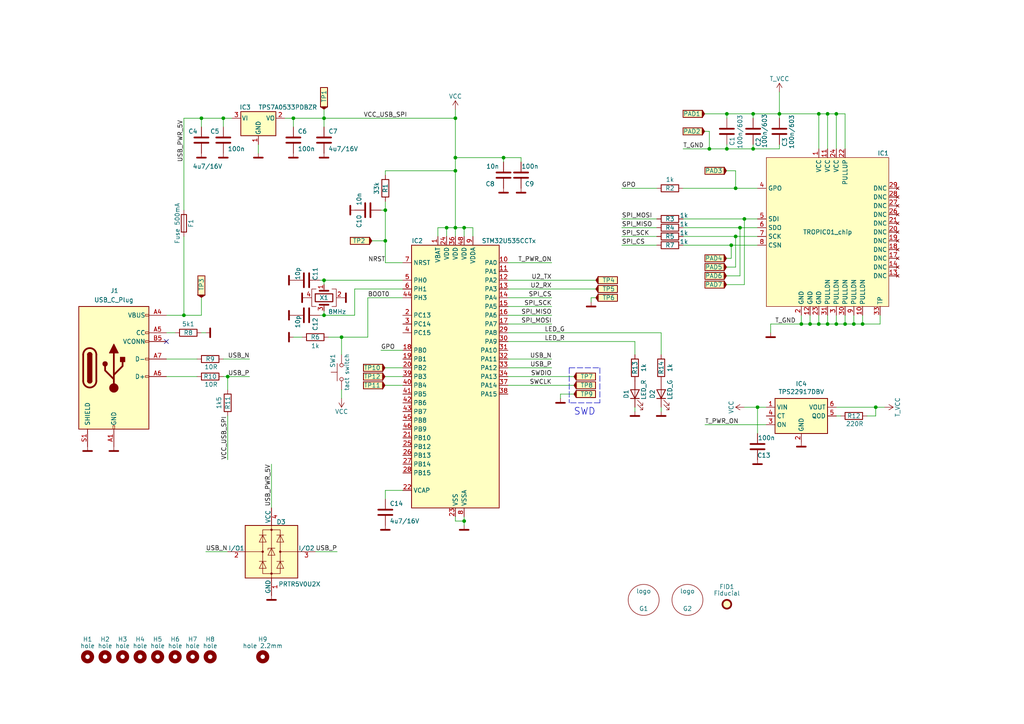
<source format=kicad_sch>
(kicad_sch (version 20250114) (generator "eeschema") (generator_version "9.0")
  (paper "A4")
  (title_block (title "TROPIC01 USB development board") (date "2025-06-30") (rev "TS1303"))
  (lib_symbols
    (symbol "Connector:USB_C_Plug_USB2.0" (pin_names (offset 1.016))
      (property "Reference" "P" (at -10.16 19.05 0))
      (property "Value" "USB_C_Plug_USB2.0" (at 12.7 19.05 0))
      (symbol "USB_C_Plug_USB2.0_1_1"
        (pin passive line (at -7.62 -22.86 90) (length 5.08) (name "SHIELD") (number "S1"))
        (pin passive line (at 0 -22.86 90) (length 5.08) (name "GND") (number "A1"))
        (pin passive line (at 0 -22.86 90) (length 5.08) (hide yes) (name "GND") (number "A12"))
        (pin passive line (at 0 -22.86 90) (length 5.08) (hide yes) (name "GND") (number "B1"))
        (pin passive line (at 0 -22.86 90) (length 5.08) (hide yes) (name "GND") (number "B12"))
        (pin passive line (at 15.24 15.24 180) (length 5.08) (name "VBUS") (number "A4"))
        (pin passive line (at 15.24 15.24 180) (length 5.08) (hide yes) (name "VBUS") (number "A9"))
        (pin passive line (at 15.24 15.24 180) (length 5.08) (hide yes) (name "VBUS") (number "B4"))
        (pin passive line (at 15.24 15.24 180) (length 5.08) (hide yes) (name "VBUS") (number "B9"))
        (pin bidirectional line (at 15.24 10.16 180) (length 5.08) (name "CC") (number "A5"))
        (pin bidirectional line (at 15.24 7.62 180) (length 5.08) (name "VCONN") (number "B5"))
        (pin bidirectional line (at 15.24 2.54 180) (length 5.08) (name "D-") (number "A7"))
        (pin bidirectional line (at 15.24 -2.54 180) (length 5.08) (name "D+") (number "A6"))
      )
    )
    (symbol "Device:C" (pin_numbers (hide yes)) (pin_names (offset 0.254))
      (property "Reference" "C" (at 0.635 2.54 0))
      (property "Value" "C" (at 0.635 -2.54 0))
      (symbol "C_1_1"
        (pin passive line (at 0 3.81 270) (length 2.794) (name "~") (number "1"))
        (pin passive line (at 0 -3.81 90) (length 2.794) (name "~") (number "2"))
      )
    )
    (symbol "Device:Crystal_GND24" (pin_names (offset 1.016) (hide yes))
      (property "Reference" "Y" (at 3.175 5.08 0))
      (property "Value" "Crystal_GND24" (at 3.175 3.175 0))
      (symbol "Crystal_GND24_1_1"
        (pin passive line (at -3.81 0 0) (length 1.27) (name "1") (number "1"))
        (pin passive line (at 0 5.08 270) (length 1.27) (name "2") (number "2"))
        (pin passive line (at 0 -5.08 90) (length 1.27) (name "4") (number "4"))
        (pin passive line (at 3.81 0 180) (length 1.27) (name "3") (number "3"))
      )
    )
    (symbol "Device:Fuse" (pin_numbers (hide yes)) (pin_names (offset 0))
      (property "Reference" "F" (at 2.032 0 90))
      (property "Value" "Fuse" (at -1.905 0 90))
      (symbol "Fuse_1_1"
        (pin passive line (at 0 3.81 270) (length 1.27) (name "~") (number "1"))
        (pin passive line (at 0 -3.81 90) (length 1.27) (name "~") (number "2"))
      )
    )
    (symbol "Device:LED" (pin_numbers (hide yes)) (pin_names (offset 1.016) (hide yes))
      (property "Reference" "D" (at 0 2.54 0))
      (property "Value" "LED" (at 0 -2.54 0))
      (symbol "LED_1_1"
        (pin passive line (at -3.81 0 0) (length 2.54) (name "K") (number "1"))
        (pin passive line (at 3.81 0 180) (length 2.54) (name "A") (number "2"))
      )
    )
    (symbol "Device:R" (pin_numbers (hide yes)) (pin_names (offset 0))
      (property "Reference" "R" (at 2.032 0 90))
      (property "Value" "R" (at 0 0 90))
      (symbol "R_1_1"
        (pin passive line (at 0 3.81 270) (length 1.27) (name "~") (number "1"))
        (pin passive line (at 0 -3.81 90) (length 1.27) (name "~") (number "2"))
      )
    )
    (symbol "MCU_ST_STM32U5:STM32U535CCTx"
      (property "Reference" "U" (at -12.7 39.37 0))
      (property "Value" "STM32U535CCTx" (at 7.62 39.37 0))
      (symbol "STM32U535CCTx_1_1"
        (pin input line (at -15.24 33.02 0) (length 2.54) (name "NRST") (number "7"))
        (pin bidirectional line (at -15.24 27.94 0) (length 2.54) (name "PH0") (number "5"))
        (pin bidirectional line (at -15.24 25.4 0) (length 2.54) (name "PH1") (number "6"))
        (pin bidirectional line (at -15.24 22.86 0) (length 2.54) (name "PH3") (number "44"))
        (pin bidirectional line (at -15.24 17.78 0) (length 2.54) (name "PC13") (number "2"))
        (pin bidirectional line (at -15.24 15.24 0) (length 2.54) (name "PC14") (number "3"))
        (pin bidirectional line (at -15.24 12.7 0) (length 2.54) (name "PC15") (number "4"))
        (pin bidirectional line (at -15.24 7.62 0) (length 2.54) (name "PB0") (number "18"))
        (pin bidirectional line (at -15.24 5.08 0) (length 2.54) (name "PB1") (number "19"))
        (pin bidirectional line (at -15.24 2.54 0) (length 2.54) (name "PB2") (number "20"))
        (pin bidirectional line (at -15.24 0 0) (length 2.54) (name "PB3") (number "39"))
        (pin bidirectional line (at -15.24 -2.54 0) (length 2.54) (name "PB4") (number "40"))
        (pin bidirectional line (at -15.24 -5.08 0) (length 2.54) (name "PB5") (number "41"))
        (pin bidirectional line (at -15.24 -7.62 0) (length 2.54) (name "PB6") (number "42"))
        (pin bidirectional line (at -15.24 -10.16 0) (length 2.54) (name "PB7") (number "43"))
        (pin bidirectional line (at -15.24 -12.7 0) (length 2.54) (name "PB8") (number "45"))
        (pin bidirectional line (at -15.24 -15.24 0) (length 2.54) (name "PB9") (number "46"))
        (pin bidirectional line (at -15.24 -17.78 0) (length 2.54) (name "PB10") (number "21"))
        (pin bidirectional line (at -15.24 -20.32 0) (length 2.54) (name "PB12") (number "25"))
        (pin bidirectional line (at -15.24 -22.86 0) (length 2.54) (name "PB13") (number "26"))
        (pin bidirectional line (at -15.24 -25.4 0) (length 2.54) (name "PB14") (number "27"))
        (pin bidirectional line (at -15.24 -27.94 0) (length 2.54) (name "PB15") (number "28"))
        (pin power_out line (at -15.24 -33.02 0) (length 2.54) (name "VCAP") (number "22"))
        (pin power_in line (at -5.08 40.64 270) (length 2.54) (name "VBAT") (number "1"))
        (pin power_in line (at -2.54 40.64 270) (length 2.54) (name "VDD") (number "24"))
        (pin power_in line (at 0 40.64 270) (length 2.54) (name "VDD") (number "36"))
        (pin power_in line (at 0 -40.64 90) (length 2.54) (name "VSS") (number "23"))
        (pin passive line (at 0 -40.64 90) (length 2.54) (hide yes) (name "VSS") (number "35"))
        (pin passive line (at 0 -40.64 90) (length 2.54) (hide yes) (name "VSS") (number "47"))
        (pin power_in line (at 2.54 40.64 270) (length 2.54) (name "VDD") (number "48"))
        (pin power_in line (at 2.54 -40.64 90) (length 2.54) (name "VSSA") (number "8"))
        (pin power_in line (at 5.08 40.64 270) (length 2.54) (name "VDDA") (number "9"))
        (pin bidirectional line (at 15.24 33.02 180) (length 2.54) (name "PA0") (number "10"))
        (pin bidirectional line (at 15.24 30.48 180) (length 2.54) (name "PA1") (number "11"))
        (pin bidirectional line (at 15.24 27.94 180) (length 2.54) (name "PA2") (number "12"))
        (pin bidirectional line (at 15.24 25.4 180) (length 2.54) (name "PA3") (number "13"))
        (pin bidirectional line (at 15.24 22.86 180) (length 2.54) (name "PA4") (number "14"))
        (pin bidirectional line (at 15.24 20.32 180) (length 2.54) (name "PA5") (number "15"))
        (pin bidirectional line (at 15.24 17.78 180) (length 2.54) (name "PA6") (number "16"))
        (pin bidirectional line (at 15.24 15.24 180) (length 2.54) (name "PA7") (number "17"))
        (pin bidirectional line (at 15.24 12.7 180) (length 2.54) (name "PA8") (number "29"))
        (pin bidirectional line (at 15.24 10.16 180) (length 2.54) (name "PA9") (number "30"))
        (pin bidirectional line (at 15.24 7.62 180) (length 2.54) (name "PA10") (number "31"))
        (pin bidirectional line (at 15.24 5.08 180) (length 2.54) (name "PA11") (number "32"))
        (pin bidirectional line (at 15.24 2.54 180) (length 2.54) (name "PA12") (number "33"))
        (pin bidirectional line (at 15.24 0 180) (length 2.54) (name "PA13") (number "34"))
        (pin bidirectional line (at 15.24 -2.54 180) (length 2.54) (name "PA14") (number "37"))
        (pin bidirectional line (at 15.24 -5.08 180) (length 2.54) (name "PA15") (number "38"))
      )
    )
    (symbol "Mechanical:Fiducial" (exclude_from_sim yes) (in_bom no)
      (property "Reference" "FID" (at 0 5.08 0))
      (property "Value" "Fiducial" (at 0 3.175 0))
    )
    (symbol "Mechanical:MountingHole" (pin_names (offset 1.016)) (exclude_from_sim yes) (in_bom no)
      (property "Reference" "H" (at 0 5.08 0))
      (property "Value" "MountingHole" (at 0 3.175 0))
    )
    (symbol "Power_Management:TPS22917DBV"
      (property "Reference" "U" (at -6.35 6.35 0))
      (property "Value" "TPS22917DBV" (at 2.54 6.35 0))
      (symbol "TPS22917DBV_1_1"
        (pin power_in line (at -10.16 2.54 0) (length 2.54) (name "VIN") (number "1"))
        (pin output line (at -10.16 0 0) (length 2.54) (name "CT") (number "4"))
        (pin input line (at -10.16 -2.54 0) (length 2.54) (name "ON") (number "3"))
        (pin power_in line (at 0 -7.62 90) (length 2.54) (name "GND") (number "2"))
        (pin power_out line (at 10.16 2.54 180) (length 2.54) (name "VOUT") (number "6"))
        (pin open_collector line (at 10.16 0 180) (length 2.54) (name "QOD") (number "5"))
      )
    )
    (symbol "Power_Protection:PRTR5V0U2X" (pin_names (offset 0))
      (property "Reference" "D" (at 2.794 8.636 0))
      (property "Value" "PRTR5V0U2X" (at 8.128 -9.398 0))
      (symbol "PRTR5V0U2X_1_1"
        (pin passive line (at -12.7 0 0) (length 5.08) (name "I/O1") (number "2"))
        (pin passive line (at 0 12.7 270) (length 5.08) (name "VCC") (number "4"))
        (pin passive line (at 0 -12.7 90) (length 5.08) (name "GND") (number "1"))
        (pin passive line (at 12.7 0 180) (length 5.08) (name "I/O2") (number "3"))
      )
    )
    (symbol "Regulator_Linear:TLV1117-33" (pin_names (offset 0.254))
      (property "Reference" "U" (at -3.81 3.175 0))
      (property "Value" "TLV1117-33" (at 0 3.175 0))
      (symbol "TLV1117-33_1_1"
        (pin power_in line (at -7.62 0 0) (length 2.54) (name "VI") (number "3"))
        (pin power_in line (at 0 -7.62 90) (length 2.54) (name "GND") (number "1"))
        (pin power_out line (at 7.62 0 180) (length 2.54) (name "VO") (number "2"))
      )
    )
    (symbol "Switch:SW_Push" (pin_numbers (hide yes)) (pin_names (offset 1.016) (hide yes))
      (property "Reference" "SW" (at 1.27 2.54 0))
      (property "Value" "SW_Push" (at 0 -1.524 0))
      (symbol "SW_Push_0_1"
        (pin passive line (at -5.08 0 0) (length 2.54) (name "1") (number "1"))
        (pin passive line (at 5.08 0 180) (length 2.54) (name "2") (number "2"))
      )
    )
    (symbol "_common:GND" (power) (pin_names (offset 0)) (in_bom no)
      (symbol "GND_1_1"
        (pin power_in line (at 0 0 270) (length 0) (hide yes) (name "GND") (number "1"))
      )
    )
    (symbol "common:GND" (power) (pin_names (offset 0)) (in_bom no)
      (symbol "GND_1_1"
        (pin power_in line (at 0 0 270) (length 0) (hide yes) (name "GND") (number "1"))
      )
    )
    (symbol "common:TestPoint" (pin_numbers (hide yes)) (pin_names (offset 0.762) (hide yes)) (in_bom no)
      (property "Reference" "TP" (at 0 2.032 90))
      (symbol "TestPoint_1_1"
        (pin passive line (at 0 0 90) (length 0) (name "1") (number "1"))
      )
    )
    (symbol "common:VCC" (power) (pin_names (offset 0))
      (property "Value" "VCC" (at 0 3.81 0))
      (symbol "VCC_1_1"
        (pin power_in line (at 0 0 90) (length 0) (hide yes) (name "VCC") (number "1"))
      )
    )
    (symbol "tropic:logo" (pin_numbers (hide yes)) (pin_names (offset 0) (hide yes)) (in_bom no)
      (property "Reference" "G" (at 0 -2.54 0))
      (property "Value" "logo" (at 0 2.54 0))
    )
    (symbol "tropicsquare:TROPIC01_chip_pub"
      (property "Reference" "IC" (at -17.78 23.495 0))
      (property "Value" "TROPIC01_chip" (at 0 0 0))
      (symbol "TROPIC01_chip_pub_1_1"
        (pin output line (at -20.32 12.7 0) (length 2.54) (name "GPO") (number "4"))
        (pin input line (at -20.32 3.81 0) (length 2.54) (name "SDI") (number "5"))
        (pin output line (at -20.32 1.27 0) (length 2.54) (name "SDO") (number "6"))
        (pin input line (at -20.32 -1.27 0) (length 2.54) (name "SCK") (number "7"))
        (pin input line (at -20.32 -3.81 0) (length 2.54) (name "CSN") (number "8"))
        (pin power_in line (at -7.62 -24.13 90) (length 2.54) (name "GND") (number "2"))
        (pin power_in line (at -5.08 -24.13 90) (length 2.54) (name "GND") (number "12"))
        (pin power_in line (at -2.54 24.13 270) (length 2.54) (name "VCC") (number "1"))
        (pin power_in line (at -2.54 -24.13 90) (length 2.54) (name "GND") (number "23"))
        (pin power_in line (at 0 24.13 270) (length 2.54) (name "VCC") (number "11"))
        (pin input line (at 0 -24.13 90) (length 2.54) (name "PULLDN") (number "31"))
        (pin power_in line (at 2.54 24.13 270) (length 2.54) (name "VCC") (number "24"))
        (pin input line (at 2.54 -24.13 90) (length 2.54) (name "PULLDN") (number "3"))
        (pin input line (at 5.08 24.13 270) (length 2.54) (name "PULLUP") (number "22"))
        (pin input line (at 5.08 -24.13 90) (length 2.54) (name "PULLDN") (number "30"))
        (pin input line (at 7.62 -24.13 90) (length 2.54) (name "PULLDN") (number "9"))
        (pin input line (at 10.16 -24.13 90) (length 2.54) (name "PULLDN") (number "10"))
        (pin passive line (at 15.24 -24.13 90) (length 2.54) (name "TP") (number "33"))
        (pin no_connect line (at 20.32 12.7 180) (length 2.54) (name "DNC") (number "29"))
        (pin no_connect line (at 20.32 10.16 180) (length 2.54) (name "DNC") (number "28"))
        (pin no_connect line (at 20.32 7.62 180) (length 2.54) (name "DNC") (number "27"))
        (pin no_connect line (at 20.32 5.08 180) (length 2.54) (name "DNC") (number "26"))
        (pin no_connect line (at 20.32 2.54 180) (length 2.54) (name "DNC") (number "21"))
        (pin no_connect line (at 20.32 0 180) (length 2.54) (name "DNC") (number "20"))
        (pin no_connect line (at 20.32 -2.54 180) (length 2.54) (name "DNC") (number "19"))
        (pin no_connect line (at 20.32 -5.08 180) (length 2.54) (name "DNC") (number "18"))
        (pin no_connect line (at 20.32 -7.62 180) (length 2.54) (name "DNC") (number "17"))
        (pin no_connect line (at 20.32 -10.16 180) (length 2.54) (name "DNC") (number "14"))
        (pin no_connect line (at 20.32 -12.7 180) (length 2.54) (name "DNC") (number "13"))
      )
    )
  )
  (text "SWD" (at 166.37 120.65 0) (effects (font (size 2 2)) (justify left bottom)))
  (junction (at 213.36 54.61))
  (junction (at 66.04 109.22))
  (junction (at 132.08 45.72))
  (junction (at 237.49 93.98))
  (junction (at 240.03 93.98))
  (junction (at 146.05 45.72))
  (junction (at 53.34 91.44))
  (junction (at 212.09 71.12))
  (junction (at 132.08 34.29))
  (junction (at 240.03 33.02))
  (junction (at 218.44 33.02))
  (junction (at 129.54 66.04))
  (junction (at 237.49 33.02))
  (junction (at 215.9 63.5))
  (junction (at 247.65 93.98))
  (junction (at 232.41 93.98))
  (junction (at 58.42 34.29))
  (junction (at 214.63 66.04))
  (junction (at 205.74 43.18))
  (junction (at 134.62 66.04))
  (junction (at 111.76 60.96))
  (junction (at 93.98 81.28))
  (junction (at 234.95 93.98))
  (junction (at 226.06 33.02))
  (junction (at 134.62 151.13))
  (junction (at 242.57 33.02))
  (junction (at 219.71 118.11))
  (junction (at 210.82 33.02))
  (junction (at 93.98 91.44))
  (junction (at 85.09 34.29))
  (junction (at 111.76 69.85))
  (junction (at 254 118.11))
  (junction (at 210.82 43.18))
  (junction (at 132.08 49.53))
  (junction (at 218.44 43.18))
  (junction (at 213.36 68.58))
  (junction (at 99.06 97.79))
  (junction (at 245.11 93.98))
  (junction (at 132.08 66.04))
  (junction (at 250.19 93.98))
  (junction (at 242.57 93.98))
  (junction (at 93.98 34.29))
  (junction (at 64.77 34.29))
  (no_connect (at 48.26 99.06))
  (wire (pts (xy 218.44 33.02) (xy 218.44 34.29)))
  (wire (pts (xy 146.05 45.72) (xy 151.13 45.72)))
  (wire (pts (xy 151.13 45.72) (xy 151.13 46.99)))
  (wire (pts (xy 215.9 118.11) (xy 219.71 118.11)))
  (wire (pts (xy 58.42 91.44) (xy 53.34 91.44)))
  (wire (pts (xy 242.57 33.02) (xy 242.57 43.18)))
  (wire (pts (xy 212.09 71.12) (xy 219.71 71.12)))
  (wire (pts (xy 147.32 88.9) (xy 160.02 88.9)))
  (wire (pts (xy 204.47 33.02) (xy 210.82 33.02)))
  (wire (pts (xy 247.65 91.44) (xy 247.65 93.98)))
  (wire (pts (xy 134.62 151.13) (xy 134.62 149.86)))
  (wire (pts (xy 48.26 104.14) (xy 57.15 104.14)))
  (wire (pts (xy 110.49 60.96) (xy 111.76 60.96)))
  (wire (pts (xy 166.37 114.3) (xy 162.56 114.3)))
  (wire (pts (xy 93.98 34.29) (xy 93.98 36.83)))
  (wire (pts (xy 219.71 118.11) (xy 219.71 125.73)))
  (wire (pts (xy 147.32 86.36) (xy 160.02 86.36)))
  (wire (pts (xy 147.32 109.22) (xy 166.37 109.22)))
  (wire (pts (xy 198.12 63.5) (xy 215.9 63.5)))
  (wire (pts (xy 111.76 109.22) (xy 116.84 109.22)))
  (wire (pts (xy 205.74 43.18) (xy 210.82 43.18)))
  (wire (pts (xy 214.63 80.01) (xy 214.63 66.04)))
  (wire (pts (xy 111.76 111.76) (xy 116.84 111.76)))
  (wire (pts (xy 147.32 106.68) (xy 160.02 106.68)))
  (wire (pts (xy 210.82 43.18) (xy 218.44 43.18)))
  (wire (pts (xy 250.19 91.44) (xy 250.19 93.98)))
  (polyline (pts (xy 165.1 106.68) (xy 165.1 116.84)) (stroke (width 0) (type dash)))
  (wire (pts (xy 137.16 68.58) (xy 137.16 66.04)))
  (wire (pts (xy 58.42 96.52) (xy 59.69 96.52)))
  (wire (pts (xy 147.32 83.82) (xy 172.72 83.82)))
  (wire (pts (xy 180.34 68.58) (xy 190.5 68.58)))
  (wire (pts (xy 240.03 91.44) (xy 240.03 93.98)))
  (wire (pts (xy 92.71 91.44) (xy 93.98 91.44)))
  (wire (pts (xy 147.32 99.06) (xy 184.15 99.06)))
  (wire (pts (xy 210.82 82.55) (xy 215.9 82.55)))
  (wire (pts (xy 146.05 45.72) (xy 146.05 46.99)))
  (wire (pts (xy 237.49 33.02) (xy 240.03 33.02)))
  (wire (pts (xy 127 66.04) (xy 127 68.58)))
  (wire (pts (xy 64.77 104.14) (xy 72.39 104.14)))
  (wire (pts (xy 92.71 81.28) (xy 93.98 81.28)))
  (wire (pts (xy 132.08 151.13) (xy 134.62 151.13)))
  (wire (pts (xy 219.71 118.11) (xy 222.25 118.11)))
  (wire (pts (xy 210.82 49.53) (xy 213.36 49.53)))
  (wire (pts (xy 137.16 66.04) (xy 134.62 66.04)))
  (wire (pts (xy 184.15 118.11) (xy 184.15 119.38)))
  (wire (pts (xy 242.57 93.98) (xy 240.03 93.98)))
  (wire (pts (xy 250.19 93.98) (xy 255.27 93.98)))
  (wire (pts (xy 132.08 49.53) (xy 132.08 45.72)))
  (wire (pts (xy 106.68 86.36) (xy 116.84 86.36)))
  (wire (pts (xy 255.27 93.98) (xy 255.27 91.44)))
  (wire (pts (xy 147.32 96.52) (xy 191.77 96.52)))
  (wire (pts (xy 147.32 76.2) (xy 160.02 76.2)))
  (wire (pts (xy 129.54 66.04) (xy 127 66.04)))
  (wire (pts (xy 147.32 93.98) (xy 160.02 93.98)))
  (wire (pts (xy 242.57 33.02) (xy 245.11 33.02)))
  (wire (pts (xy 64.77 34.29) (xy 67.31 34.29)))
  (wire (pts (xy 58.42 86.36) (xy 58.42 91.44)))
  (wire (pts (xy 147.32 104.14) (xy 160.02 104.14)))
  (wire (pts (xy 99.06 102.87) (xy 99.06 97.79)))
  (wire (pts (xy 111.76 69.85) (xy 111.76 76.2)))
  (wire (pts (xy 212.09 74.93) (xy 212.09 71.12)))
  (wire (pts (xy 205.74 38.1) (xy 205.74 43.18)))
  (wire (pts (xy 129.54 66.04) (xy 129.54 68.58)))
  (wire (pts (xy 107.95 69.85) (xy 111.76 69.85)))
  (wire (pts (xy 247.65 93.98) (xy 245.11 93.98)))
  (wire (pts (xy 213.36 77.47) (xy 213.36 68.58)))
  (wire (pts (xy 147.32 111.76) (xy 166.37 111.76)))
  (wire (pts (xy 240.03 33.02) (xy 242.57 33.02)))
  (wire (pts (xy 180.34 63.5) (xy 190.5 63.5)))
  (wire (pts (xy 213.36 54.61) (xy 219.71 54.61)))
  (wire (pts (xy 215.9 63.5) (xy 219.71 63.5)))
  (wire (pts (xy 99.06 97.79) (xy 106.68 97.79)))
  (wire (pts (xy 59.69 160.02) (xy 66.04 160.02)))
  (wire (pts (xy 232.41 91.44) (xy 232.41 93.98)))
  (wire (pts (xy 111.76 60.96) (xy 111.76 69.85)))
  (wire (pts (xy 245.11 93.98) (xy 242.57 93.98)))
  (wire (pts (xy 223.52 93.98) (xy 232.41 93.98)))
  (wire (pts (xy 213.36 49.53) (xy 213.36 54.61)))
  (wire (pts (xy 53.34 91.44) (xy 48.26 91.44)))
  (wire (pts (xy 53.34 68.58) (xy 53.34 91.44)))
  (wire (pts (xy 91.44 160.02) (xy 97.79 160.02)))
  (wire (pts (xy 171.45 86.36) (xy 171.45 87.63)))
  (wire (pts (xy 204.47 38.1) (xy 205.74 38.1)))
  (wire (pts (xy 240.03 33.02) (xy 240.03 43.18)))
  (wire (pts (xy 210.82 74.93) (xy 212.09 74.93)))
  (wire (pts (xy 213.36 68.58) (xy 219.71 68.58)))
  (wire (pts (xy 198.12 43.18) (xy 205.74 43.18)))
  (wire (pts (xy 191.77 96.52) (xy 191.77 102.87)))
  (wire (pts (xy 134.62 66.04) (xy 132.08 66.04)))
  (wire (pts (xy 204.47 123.19) (xy 222.25 123.19)))
  (wire (pts (xy 210.82 80.01) (xy 214.63 80.01)))
  (wire (pts (xy 234.95 93.98) (xy 232.41 93.98)))
  (wire (pts (xy 74.93 41.91) (xy 74.93 44.45)))
  (wire (pts (xy 66.04 109.22) (xy 66.04 113.03)))
  (wire (pts (xy 85.09 34.29) (xy 85.09 36.83)))
  (polyline (pts (xy 165.1 106.68) (xy 173.99 106.68)) (stroke (width 0) (type dash)))
  (wire (pts (xy 64.77 109.22) (xy 66.04 109.22)))
  (wire (pts (xy 237.49 43.18) (xy 237.49 33.02)))
  (wire (pts (xy 132.08 149.86) (xy 132.08 151.13)))
  (wire (pts (xy 237.49 91.44) (xy 237.49 93.98)))
  (wire (pts (xy 132.08 45.72) (xy 146.05 45.72)))
  (wire (pts (xy 251.46 120.65) (xy 254 120.65)))
  (wire (pts (xy 58.42 34.29) (xy 58.42 36.83)))
  (wire (pts (xy 106.68 97.79) (xy 106.68 86.36)))
  (wire (pts (xy 254 118.11) (xy 256.54 118.11)))
  (wire (pts (xy 93.98 81.28) (xy 116.84 81.28)))
  (wire (pts (xy 66.04 120.65) (xy 66.04 133.35)))
  (wire (pts (xy 64.77 34.29) (xy 64.77 36.83)))
  (wire (pts (xy 82.55 34.29) (xy 85.09 34.29)))
  (wire (pts (xy 245.11 91.44) (xy 245.11 93.98)))
  (wire (pts (xy 240.03 93.98) (xy 237.49 93.98)))
  (wire (pts (xy 111.76 49.53) (xy 132.08 49.53)))
  (wire (pts (xy 226.06 26.67) (xy 226.06 33.02)))
  (wire (pts (xy 198.12 54.61) (xy 213.36 54.61)))
  (wire (pts (xy 254 118.11) (xy 254 120.65)))
  (wire (pts (xy 147.32 91.44) (xy 160.02 91.44)))
  (wire (pts (xy 93.98 34.29) (xy 132.08 34.29)))
  (wire (pts (xy 85.09 97.79) (xy 87.63 97.79)))
  (wire (pts (xy 250.19 93.98) (xy 247.65 93.98)))
  (wire (pts (xy 198.12 66.04) (xy 214.63 66.04)))
  (wire (pts (xy 134.62 151.13) (xy 134.62 152.4)))
  (wire (pts (xy 214.63 66.04) (xy 219.71 66.04)))
  (wire (pts (xy 132.08 49.53) (xy 132.08 66.04)))
  (wire (pts (xy 95.25 97.79) (xy 99.06 97.79)))
  (wire (pts (xy 53.34 34.29) (xy 53.34 60.96)))
  (wire (pts (xy 111.76 50.8) (xy 111.76 49.53)))
  (wire (pts (xy 218.44 33.02) (xy 210.82 33.02)))
  (wire (pts (xy 242.57 91.44) (xy 242.57 93.98)))
  (wire (pts (xy 132.08 66.04) (xy 132.08 68.58)))
  (wire (pts (xy 242.57 118.11) (xy 254 118.11)))
  (wire (pts (xy 93.98 90.17) (xy 93.98 91.44)))
  (wire (pts (xy 162.56 114.3) (xy 162.56 115.57)))
  (wire (pts (xy 210.82 33.02) (xy 210.82 34.29)))
  (wire (pts (xy 132.08 34.29) (xy 132.08 45.72)))
  (wire (pts (xy 111.76 58.42) (xy 111.76 60.96)))
  (wire (pts (xy 210.82 41.91) (xy 210.82 43.18)))
  (wire (pts (xy 191.77 118.11) (xy 191.77 119.38)))
  (wire (pts (xy 198.12 68.58) (xy 213.36 68.58)))
  (wire (pts (xy 48.26 96.52) (xy 50.8 96.52)))
  (wire (pts (xy 237.49 93.98) (xy 234.95 93.98)))
  (wire (pts (xy 58.42 34.29) (xy 64.77 34.29)))
  (wire (pts (xy 78.74 134.62) (xy 78.74 147.32)))
  (wire (pts (xy 132.08 66.04) (xy 129.54 66.04)))
  (wire (pts (xy 134.62 66.04) (xy 134.62 68.58)))
  (wire (pts (xy 93.98 31.75) (xy 93.98 34.29)))
  (polyline (pts (xy 173.99 106.68) (xy 173.99 116.84)) (stroke (width 0) (type dash)))
  (wire (pts (xy 85.09 34.29) (xy 93.98 34.29)))
  (wire (pts (xy 66.04 109.22) (xy 72.39 109.22)))
  (wire (pts (xy 132.08 31.75) (xy 132.08 34.29)))
  (wire (pts (xy 215.9 82.55) (xy 215.9 63.5)))
  (wire (pts (xy 53.34 34.29) (xy 58.42 34.29)))
  (wire (pts (xy 242.57 120.65) (xy 243.84 120.65)))
  (wire (pts (xy 226.06 33.02) (xy 226.06 34.29)))
  (wire (pts (xy 198.12 71.12) (xy 212.09 71.12)))
  (wire (pts (xy 111.76 106.68) (xy 116.84 106.68)))
  (wire (pts (xy 111.76 144.78) (xy 111.76 142.24)))
  (wire (pts (xy 147.32 81.28) (xy 172.72 81.28)))
  (wire (pts (xy 218.44 43.18) (xy 226.06 43.18)))
  (wire (pts (xy 180.34 54.61) (xy 190.5 54.61)))
  (wire (pts (xy 171.45 86.36) (xy 172.72 86.36)))
  (wire (pts (xy 102.87 91.44) (xy 93.98 91.44)))
  (wire (pts (xy 102.87 83.82) (xy 102.87 91.44)))
  (wire (pts (xy 223.52 96.52) (xy 223.52 93.98)))
  (wire (pts (xy 210.82 77.47) (xy 213.36 77.47)))
  (wire (pts (xy 116.84 83.82) (xy 102.87 83.82)))
  (wire (pts (xy 226.06 33.02) (xy 218.44 33.02)))
  (wire (pts (xy 99.06 113.03) (xy 99.06 115.57)))
  (wire (pts (xy 180.34 71.12) (xy 190.5 71.12)))
  (wire (pts (xy 226.06 43.18) (xy 226.06 41.91)))
  (wire (pts (xy 237.49 33.02) (xy 226.06 33.02)))
  (wire (pts (xy 245.11 33.02) (xy 245.11 43.18)))
  (wire (pts (xy 184.15 99.06) (xy 184.15 102.87)))
  (wire (pts (xy 110.49 101.6) (xy 116.84 101.6)))
  (wire (pts (xy 93.98 81.28) (xy 93.98 82.55)))
  (wire (pts (xy 111.76 142.24) (xy 116.84 142.24)))
  (wire (pts (xy 218.44 41.91) (xy 218.44 43.18)))
  (polyline (pts (xy 173.99 116.84) (xy 165.1 116.84)) (stroke (width 0) (type dash)))
  (wire (pts (xy 48.26 109.22) (xy 57.15 109.22)))
  (wire (pts (xy 180.34 66.04) (xy 190.5 66.04)))
  (wire (pts (xy 116.84 76.2) (xy 111.76 76.2)))
  (wire (pts (xy 234.95 91.44) (xy 234.95 93.98)))
  (label "USB_N" (at 59.69 160.02 0))
  (label "T_GND" (at 198.12 43.18 0))
  (label "T_PWR_ON" (at 204.47 123.19 0))
  (label "GPO" (at 180.34 54.61 0))
  (label "USB_P" (at 97.79 160.02 180))
  (label "USB_N" (at 72.39 104.14 180))
  (label "SPI_MISO" (at 160.02 91.44 180))
  (label "SPI_MOSI" (at 160.02 93.98 180))
  (label "SPI_MISO" (at 180.34 66.04 0))
  (label "SPI_CS" (at 180.34 71.12 0))
  (label "BOOT0" (at 106.68 86.36 0))
  (label "U2_RX" (at 160.02 83.82 180))
  (label "LED_R" (at 163.83 99.06 180))
  (label "USB_PWR_5V" (at 53.34 46.99 90))
  (label "T_PWR_ON" (at 160.02 76.2 180))
  (label "T_GND" (at 224.79 93.98 0))
  (label "LED_G" (at 163.83 96.52 180))
  (label "SWDIO" (at 160.02 109.22 180))
  (label "USB_P" (at 160.02 106.68 180))
  (label "USB_PWR_5V" (at 78.74 134.62 270))
  (label "SPI_MOSI" (at 180.34 63.5 0))
  (label "USB_P" (at 72.39 109.22 180))
  (label "SPI_CS" (at 160.02 86.36 180))
  (label "VCC_USB_SPI" (at 118.11 34.29 180))
  (label "SPI_SCK" (at 160.02 88.9 180))
  (label "U2_TX" (at 160.02 81.28 180))
  (label "SPI_SCK" (at 180.34 68.58 0))
  (label "GPO" (at 110.49 101.6 0))
  (label "SWCLK" (at 160.02 111.76 180))
  (label "USB_N" (at 160.02 104.14 180))
  (label "NRST" (at 111.76 76.2 180))
  (label "VCC_USB_SPI" (at 66.04 133.35 90))
  (symbol (lib_id "common:TestPoint") (at 172.72 86.36 270) (unit 1) (in_bom no)
    (property "Reference" "TP6" (at 176.53 86.36 90))
    (property "Value" "TP" (effects (hide yes)))
    (property "Footprint" "_mechanical:TestPoint_1.5mm_noth" (effects (hide yes)))
  )
  (symbol (lib_id "common:TestPoint") (at 172.72 81.28 270) (unit 1) (in_bom no)
    (property "Reference" "TP4" (at 176.53 81.28 90))
    (property "Value" "TP" (effects (hide yes)))
    (property "Footprint" "_mechanical:TestPoint_1.5mm_noth" (effects (hide yes)))
  )
  (symbol (lib_id "common:GND") (at 191.77 119.38 0) (unit 1) (in_bom no)
    (property "Reference" "#PWR031" (effects (hide yes)))
    (property "Value" "GND" (effects (hide yes)))
  )
  (symbol (lib_id "Device:R") (at 194.31 54.61 270) (unit 1)
    (property "Reference" "R2" (at 194.31 54.61 90))
    (property "Value" "1k" (at 194.31 52.07 90))
    (property "Footprint" "Resistor_SMD:R_0402_1005Metric" (effects (hide yes)))
    (property "OC_MOUSER" " 603-RE0402DRE071KL" (effects (hide yes)))
  )
  (symbol (lib_id "Device:C") (at 218.44 38.1 0) (mirror x) (unit 1)
    (property "Reference" "C2" (at 219.964 39.878 90) (effects (justify left)))
    (property "Value" "100n/603" (at 221.742 33.02 90) (effects (justify left)))
    (property "Footprint" "Capacitor_SMD:C_0603_1608Metric" (effects (hide yes)))
    (property "Description" "Unpolarized capacitor X7R" (effects (hide yes)))
    (property "OC_MOUSER" "80-C0603104K3RAC7411 " (effects (hide yes)))
  )
  (symbol (lib_id "common:TestPoint") (at 58.42 86.36 0) (unit 1) (in_bom no)
    (property "Reference" "TP3" (at 58.42 82.55 90))
    (property "Value" "TP" (effects (hide yes)))
    (property "Footprint" "_mechanical:TestPoint_1.5mm_noth" (effects (hide yes)))
  )
  (symbol (lib_id "common:TestPoint") (at 210.82 77.47 90) (mirror x) (unit 1) (in_bom no)
    (property "Reference" "PAD5" (at 207.01 77.47 90))
    (property "Value" "TP" (effects (hide yes)))
    (property "Footprint" "_mechanical:pad_1mm" (effects (hide yes)))
  )
  (symbol (lib_id "Device:C") (at 146.05 50.8 180) (unit 1)
    (property "Reference" "C8" (at 143.51 53.34 0) (effects (justify left)))
    (property "Value" "10n" (at 144.78 48.26 0) (effects (justify left)))
    (property "Footprint" "Capacitor_SMD:C_0402_1005Metric" (effects (hide yes)))
    (property "OC_MOUSER" "80-C0402C103M4R" (effects (hide yes)))
  )
  (symbol (lib_id "Device:C") (at 58.42 40.64 0) (unit 1)
    (property "Reference" "C4" (at 54.61 38.1 0) (effects (justify left)))
    (property "Value" "4u7/16V" (at 55.88 48.26 0) (effects (justify left)))
    (property "Footprint" "Capacitor_SMD:C_0805_2012Metric" (effects (hide yes)))
    (property "OC_MOUSER" "187-CL21A475KAQNNNE" (effects (hide yes)))
  )
  (symbol (lib_id "common:TestPoint") (at 93.98 31.75 0) (unit 1) (in_bom no)
    (property "Reference" "TP1" (at 93.98 27.94 90))
    (property "Value" "TP" (effects (hide yes)))
    (property "Footprint" "_mechanical:TestPoint_1.5mm_noth" (effects (hide yes)))
  )
  (symbol (lib_id "tropicsquare:TROPIC01_chip_pub") (at 240.03 67.31 0) (unit 1)
    (property "Reference" "IC1" (at 254.508 44.45 0) (effects (justify left)))
    (property "Value" "TROPIC01_chip" (at 240.03 67.31 0))
    (property "Footprint" "tropic01_chip:QFN-32-1EP_4x4mm_P0.4mm_EP2.65x2.65mm" (effects (hide yes)))
    (property "Description" "Cryptographic coprocessor and MAC" (effects (hide yes)))
  )
  (symbol (lib_id "Device:C") (at 111.76 148.59 0) (unit 1)
    (property "Reference" "C14" (at 113.03 146.05 0) (effects (justify left)))
    (property "Value" "4u7/16V" (at 113.03 151.13 0) (effects (justify left)))
    (property "Footprint" "Capacitor_SMD:C_0805_2012Metric" (effects (hide yes)))
    (property "OC_MOUSER" "187-CL21A475KAQNNNE" (effects (hide yes)))
  )
  (symbol (lib_id "common:GND") (at 64.77 44.45 0) (unit 1) (in_bom no)
    (property "Reference" "#PWR04" (effects (hide yes)))
    (property "Value" "GND" (effects (hide yes)))
  )
  (symbol (lib_id "Device:R") (at 194.31 68.58 270) (unit 1)
    (property "Reference" "R5" (at 194.31 68.58 90))
    (property "Value" "1k" (at 198.374 67.564 90))
    (property "Footprint" "Resistor_SMD:R_0402_1005Metric" (effects (hide yes)))
    (property "OC_MOUSER" " 603-RE0402DRE071KL" (effects (hide yes)))
  )
  (symbol (lib_id "common:GND") (at 85.09 44.45 0) (unit 1) (in_bom no)
    (property "Reference" "#PWR06" (effects (hide yes)))
    (property "Value" "GND" (effects (hide yes)))
  )
  (symbol (lib_id "Device:R") (at 247.65 120.65 90) (unit 1)
    (property "Reference" "R12" (at 247.65 120.65 90))
    (property "Value" "220R" (at 247.904 122.936 90))
    (property "Footprint" "Resistor_SMD:R_0402_1005Metric" (effects (hide yes)))
    (property "Description" "Resistor" (effects (hide yes)))
    (property "OC_MOUSER" "652-CR0402JW-221GLF" (effects (hide yes)))
  )
  (symbol (lib_id "common:GND") (at 171.45 87.63 0) (unit 1) (in_bom no)
    (property "Reference" "#PWR019" (effects (hide yes)))
    (property "Value" "GND" (effects (hide yes)))
  )
  (symbol (lib_id "Connector:USB_C_Plug_USB2.0") (at 33.02 106.68 0) (unit 1)
    (property "Reference" "J1" (at 32.004 84.328 0) (effects (justify left)))
    (property "Value" "USB_C_Plug" (at 33.02 86.995 0))
    (property "Footprint" "_con_misc:USB_C_plug_UP20CFGFL-P12" (effects (hide yes)))
    (property "Datasheet" "https://www.usb.org/sites/default/files/documents/usb_type-c.zip" (effects (hide yes)))
    (property "Description" "USB 2.0-only Type-C Plug connector" (effects (hide yes)))
    (property "OC_MOUSER" " 179-UP20CFGFLP12TR" (effects (hide yes)))
  )
  (symbol (lib_id "common:VCC") (at 256.54 118.11 270) (unit 1)
    (property "Reference" "#PWR021" (effects (hide yes)))
    (property "Value" "T_VCC" (at 260.35 118.11 0))
  )
  (symbol (lib_id "Device:C") (at 210.82 38.1 0) (mirror x) (unit 1)
    (property "Reference" "C1" (at 212.344 39.624 90) (effects (justify left)))
    (property "Value" "100n/603" (at 214.63 33.274 90) (effects (justify left)))
    (property "Footprint" "Capacitor_SMD:C_0603_1608Metric" (effects (hide yes)))
    (property "Description" "Unpolarized capacitor X7R" (effects (hide yes)))
    (property "OC_MOUSER" "80-C0603104K3RAC7411 " (effects (hide yes)))
  )
  (symbol (lib_id "common:GND") (at 85.09 97.79 270) (mirror x) (unit 1) (in_bom no)
    (property "Reference" "#PWR012" (effects (hide yes)))
    (property "Value" "GND" (effects (hide yes)))
  )
  (symbol (lib_id "Device:C") (at 106.68 60.96 270) (unit 1)
    (property "Reference" "C10" (at 104.14 62.23 0) (effects (justify left)))
    (property "Value" "10n" (at 104.14 55.88 0) (effects (justify left)))
    (property "Footprint" "Capacitor_SMD:C_0402_1005Metric" (effects (hide yes)))
    (property "OC_MOUSER" "80-C0402C103M4R" (effects (hide yes)))
  )
  (symbol (lib_id "Regulator_Linear:TLV1117-33") (at 74.93 34.29 0) (unit 1)
    (property "Reference" "IC3" (at 71.12 31.115 0))
    (property "Value" "TPS7A0533PDBZR" (at 74.93 31.115 0) (effects (justify left)))
    (property "Footprint" "Package_TO_SOT_SMD:SOT-23-3" (effects (hide yes)))
    (property "Datasheet" "https://www.ti.com/lit/ds/symlink/tps7a05.pdf" (effects (hide yes)))
    (property "OC_MOUSER" " 595-TPS7A0533PDBZR" (effects (hide yes)))
  )
  (symbol (lib_id "Device:C") (at 226.06 38.1 0) (mirror x) (unit 1)
    (property "Reference" "C3" (at 227.584 39.878 90) (effects (justify left)))
    (property "Value" "100n/603" (at 229.616 33.274 90) (effects (justify left)))
    (property "Footprint" "Capacitor_SMD:C_0603_1608Metric" (effects (hide yes)))
    (property "Description" "Unpolarized capacitor X7R" (effects (hide yes)))
    (property "OC_MOUSER" "80-C0603104K3RAC7411 " (effects (hide yes)))
  )
  (symbol (lib_id "common:TestPoint") (at 107.95 69.85 90) (unit 1) (in_bom no)
    (property "Reference" "TP2" (at 104.14 69.85 90))
    (property "Value" "TP" (effects (hide yes)))
    (property "Footprint" "_mechanical:TestPoint_1.5mm_noth" (effects (hide yes)))
  )
  (symbol (lib_id "Device:C") (at 64.77 40.64 0) (unit 1)
    (property "Reference" "C5" (at 60.96 38.1 0) (effects (justify left)))
    (property "Value" "100n" (at 66.04 43.18 0) (effects (justify left)))
    (property "Footprint" "Capacitor_SMD:C_0402_1005Metric" (effects (hide yes)))
    (property "OC_MOUSER" "80-C0402C104M4RECTU" (effects (hide yes)))
  )
  (symbol (lib_id "Device:R") (at 60.96 109.22 90) (unit 1)
    (property "Reference" "R10" (at 60.96 109.22 90))
    (property "Value" "10R" (at 61.214 111.506 90))
    (property "Footprint" "Resistor_SMD:R_0402_1005Metric" (effects (hide yes)))
    (property "OC_MOUSER" "603-RC0402DR-0710RL" (effects (hide yes)))
  )
  (symbol (lib_id "common:GND") (at 151.13 54.61 0) (unit 1) (in_bom no)
    (property "Reference" "#PWR010" (effects (hide yes)))
    (property "Value" "GND" (effects (hide yes)))
  )
  (symbol (lib_id "common:TestPoint") (at 210.82 49.53 90) (unit 1) (in_bom no)
    (property "Reference" "PAD3" (at 207.01 49.53 90))
    (property "Value" "TP" (effects (hide yes)))
    (property "Footprint" "_mechanical:pad_1mm" (effects (hide yes)))
  )
  (symbol (lib_id "Device:C") (at 93.98 40.64 0) (unit 1)
    (property "Reference" "C7" (at 95.25 38.1 0) (effects (justify left)))
    (property "Value" "4u7/16V" (at 95.25 43.18 0) (effects (justify left)))
    (property "Footprint" "Capacitor_SMD:C_0805_2012Metric" (effects (hide yes)))
    (property "OC_MOUSER" "187-CL21A475KAQNNNE" (effects (hide yes)))
  )
  (symbol (lib_id "Device:R") (at 111.76 54.61 0) (unit 1)
    (property "Reference" "R1" (at 111.76 54.61 90))
    (property "Value" "33k" (at 109.22 54.61 90))
    (property "Footprint" "Resistor_SMD:R_0402_1005Metric" (effects (hide yes)))
    (property "OC_MOUSER" "603-RC0402DR-0733KL" (effects (hide yes)))
  )
  (symbol (lib_id "common:TestPoint") (at 210.82 74.93 90) (mirror x) (unit 1) (in_bom no)
    (property "Reference" "PAD4" (at 207.01 74.93 90))
    (property "Value" "TP" (effects (hide yes)))
    (property "Footprint" "_mechanical:pad_1mm" (effects (hide yes)))
  )
  (symbol (lib_id "common:VCC") (at 132.08 31.75 0) (unit 1)
    (property "Reference" "#PWR02" (effects (hide yes)))
    (property "Value" "VCC" (at 132.08 27.94 0))
  )
  (symbol (lib_id "common:VCC") (at 99.06 115.57 0) (mirror x) (unit 1)
    (property "Reference" "#PWR08" (effects (hide yes)))
    (property "Value" "VCC" (at 99.06 119.38 0))
  )
  (symbol (lib_id "common:TestPoint") (at 166.37 109.22 270) (unit 1) (in_bom no)
    (property "Reference" "TP7" (at 170.18 109.22 90))
    (property "Value" "TP" (effects (hide yes)))
    (property "Footprint" "_mechanical:TestPoint_1.5mm_noth" (effects (hide yes)))
  )
  (symbol (lib_id "common:GND") (at 85.09 91.44 270) (unit 1) (in_bom no)
    (property "Reference" "#PWR016" (effects (hide yes)))
    (property "Value" "GND" (effects (hide yes)))
  )
  (symbol (lib_id "Device:R") (at 60.96 104.14 90) (unit 1)
    (property "Reference" "R9" (at 60.96 104.14 90))
    (property "Value" "10R" (at 61.214 106.426 90))
    (property "Footprint" "Resistor_SMD:R_0402_1005Metric" (effects (hide yes)))
    (property "OC_MOUSER" "603-RC0402DR-0710RL" (effects (hide yes)))
  )
  (symbol (lib_id "common:GND") (at 58.42 44.45 0) (unit 1) (in_bom no)
    (property "Reference" "#PWR03" (effects (hide yes)))
    (property "Value" "GND" (effects (hide yes)))
  )
  (symbol (lib_id "Device:R") (at 194.31 63.5 270) (unit 1)
    (property "Reference" "R3" (at 194.31 63.5 90))
    (property "Value" "1k" (at 198.374 62.484 90))
    (property "Footprint" "Resistor_SMD:R_0402_1005Metric" (effects (hide yes)))
    (property "OC_MOUSER" " 603-RE0402DRE071KL" (effects (hide yes)))
  )
  (symbol (lib_id "Mechanical:Fiducial") (at 210.82 175.26 0) (unit 1) (in_bom no)
    (property "Reference" "FID1" (at 210.82 170.18 0))
    (property "Value" "Fiducial" (at 210.82 172.085 0))
    (property "Footprint" "Fiducial:Fiducial_0.5mm_Mask1mm" (effects (hide yes)))
    (property "Description" "Fiducial Marker" (effects (hide yes)))
  )
  (symbol (lib_id "_common:GND") (at 223.52 96.52 0) (unit 1) (in_bom no)
    (property "Reference" "#PWR018" (effects (hide yes)))
    (property "Value" "GND" (effects (hide yes)))
    (property "Description" "Power symbol creates a global label with name \"GND\" , ground" (effects (hide yes)))
  )
  (symbol (lib_id "common:TestPoint") (at 210.82 82.55 90) (mirror x) (unit 1) (in_bom no)
    (property "Reference" "PAD7" (at 207.01 82.55 90))
    (property "Value" "TP" (effects (hide yes)))
    (property "Footprint" "_mechanical:pad_1mm" (effects (hide yes)))
  )
  (symbol (lib_id "Device:LED") (at 184.15 114.3 90) (unit 1)
    (property "Reference" "D1" (at 181.61 114.3 0))
    (property "Value" "LED_R" (at 186.69 113.03 0))
    (property "Footprint" "LED_SMD:LED_0805_2012Metric" (effects (hide yes)))
    (property "OC_MOUSER" "710-150080RS75000" (effects (hide yes)))
  )
  (symbol (lib_id "Device:R") (at 191.77 106.68 180) (unit 1)
    (property "Reference" "R14" (at 191.77 106.68 90))
    (property "Value" "1k" (at 194.31 106.68 90))
    (property "Footprint" "Resistor_SMD:R_0402_1005Metric" (effects (hide yes)))
    (property "OC_MOUSER" " 603-RE0402DRE071KL" (effects (hide yes)))
  )
  (symbol (lib_id "Device:C") (at 219.71 129.54 180) (unit 1)
    (property "Reference" "C13" (at 223.52 132.08 0) (effects (justify left)))
    (property "Value" "100n" (at 224.79 127 0) (effects (justify left)))
    (property "Footprint" "Capacitor_SMD:C_0402_1005Metric" (effects (hide yes)))
    (property "OC_MOUSER" "80-C0402C104M4RECTU" (effects (hide yes)))
  )
  (symbol (lib_id "common:TestPoint") (at 166.37 111.76 270) (unit 1) (in_bom no)
    (property "Reference" "TP8" (at 170.18 111.76 90))
    (property "Value" "TP" (effects (hide yes)))
    (property "Footprint" "_mechanical:TestPoint_1.5mm_noth" (effects (hide yes)))
  )
  (symbol (lib_id "common:GND") (at 111.76 152.4 0) (unit 1) (in_bom no)
    (property "Reference" "#PWR030" (effects (hide yes)))
    (property "Value" "GND" (effects (hide yes)))
  )
  (symbol (lib_id "Device:R") (at 91.44 97.79 270) (mirror x) (unit 1)
    (property "Reference" "R6" (at 91.44 97.79 90))
    (property "Value" "1k" (at 91.44 100.33 90))
    (property "Footprint" "Resistor_SMD:R_0402_1005Metric" (effects (hide yes)))
    (property "OC_MOUSER" " 603-RE0402DRE071KL" (effects (hide yes)))
  )
  (symbol (lib_id "common:VCC") (at 215.9 118.11 90) (unit 1)
    (property "Reference" "#PWR020" (effects (hide yes)))
    (property "Value" "VCC" (at 212.09 118.11 0))
  )
  (symbol (lib_id "Device:Fuse") (at 53.34 64.77 0) (unit 1)
    (property "Reference" "F1" (at 55.372 64.77 90))
    (property "Value" "Fuse 500mA" (at 51.435 64.77 90))
    (property "Footprint" "Resistor_SMD:R_0805_2012Metric_Pad1.20x1.40mm_HandSolder" (effects (hide yes)))
    (property "OC_MOUSER" "594-MFU0805FF00500P1" (effects (hide yes)))
  )
  (symbol (lib_id "common:GND") (at 25.4 129.54 0) (unit 1) (in_bom no)
    (property "Reference" "#PWR023" (effects (hide yes)))
    (property "Value" "GND" (effects (hide yes)))
  )
  (symbol (lib_id "Device:C") (at 88.9 81.28 270) (unit 1)
    (property "Reference" "C11" (at 91.44 77.47 0) (effects (justify left)))
    (property "Value" "10p" (at 86.36 77.47 0) (effects (justify left)))
    (property "Footprint" "Capacitor_SMD:C_0402_1005Metric" (effects (hide yes)))
    (property "OC_MOUSER" "80-C0402C100J5G" (effects (hide yes)))
  )
  (symbol (lib_id "Device:R") (at 194.31 66.04 270) (unit 1)
    (property "Reference" "R4" (at 194.31 66.04 90))
    (property "Value" "1k" (at 198.374 65.024 90))
    (property "Footprint" "Resistor_SMD:R_0402_1005Metric" (effects (hide yes)))
    (property "OC_MOUSER" " 603-RE0402DRE071KL" (effects (hide yes)))
  )
  (symbol (lib_id "tropic:logo") (at 186.69 173.99 0) (unit 1) (in_bom no)
    (property "Reference" "G1" (at 186.69 176.53 0))
    (property "Value" "logo" (at 186.69 171.45 0))
    (property "Footprint" "ts_logo:tropicsquare_palm_10" (effects (hide yes)))
  )
  (symbol (lib_id "common:GND") (at 102.87 60.96 270) (unit 1) (in_bom no)
    (property "Reference" "#PWR011" (effects (hide yes)))
    (property "Value" "GND" (effects (hide yes)))
  )
  (symbol (lib_id "common:TestPoint") (at 172.72 83.82 270) (unit 1) (in_bom no)
    (property "Reference" "TP5" (at 176.53 83.82 90))
    (property "Value" "TP" (effects (hide yes)))
    (property "Footprint" "_mechanical:TestPoint_1.5mm_noth" (effects (hide yes)))
  )
  (symbol (lib_id "Device:R") (at 66.04 116.84 180) (unit 1)
    (property "Reference" "R11" (at 66.04 116.84 90))
    (property "Value" "1k5" (at 63.5 116.84 90))
    (property "Footprint" "Resistor_SMD:R_0402_1005Metric" (effects (hide yes)))
    (property "OC_MOUSER" "603-RE0402DRE071K5L" (effects (hide yes)))
  )
  (symbol (lib_id "Device:R") (at 184.15 106.68 180) (unit 1)
    (property "Reference" "R13" (at 184.15 106.68 90))
    (property "Value" "1k" (at 186.69 106.68 90))
    (property "Footprint" "Resistor_SMD:R_0402_1005Metric" (effects (hide yes)))
    (property "OC_MOUSER" " 603-RE0402DRE071KL" (effects (hide yes)))
  )
  (symbol (lib_id "common:GND") (at 232.41 128.27 0) (unit 1)
    (property "Reference" "#PWR022" (effects (hide yes)))
    (property "Value" "GND" (effects (hide yes)))
  )
  (symbol (lib_id "common:TestPoint") (at 111.76 106.68 90) (unit 1) (in_bom no)
    (property "Reference" "TP10" (at 107.95 106.68 90))
    (property "Value" "TP" (effects (hide yes)))
    (property "Footprint" "_mechanical:TestPoint_1.5mm_noth" (effects (hide yes)))
  )
  (symbol (lib_id "Device:C") (at 88.9 91.44 270) (unit 1)
    (property "Reference" "C12" (at 91.44 92.075 0) (effects (justify left)))
    (property "Value" "10p" (at 86.36 91.44 0) (effects (justify left)))
    (property "Footprint" "Capacitor_SMD:C_0402_1005Metric" (effects (hide yes)))
    (property "OC_MOUSER" "80-C0402C100J5G" (effects (hide yes)))
  )
  (symbol (lib_id "common:TestPoint") (at 204.47 38.1 90) (unit 1) (in_bom no)
    (property "Reference" "PAD2" (at 200.66 38.1 90))
    (property "Value" "TP" (effects (hide yes)))
    (property "Footprint" "_mechanical:pad_1mm" (effects (hide yes)))
  )
  (symbol (lib_id "common:GND") (at 74.93 44.45 0) (unit 1) (in_bom no)
    (property "Reference" "#PWR05" (effects (hide yes)))
    (property "Value" "GND" (effects (hide yes)))
  )
  (symbol (lib_id "Mechanical:MountingHole") (at 76.2 190.5 0) (unit 1) (in_bom no)
    (property "Reference" "H9" (at 76.2 185.42 0))
    (property "Value" "hole 2.2mm" (at 76.2 187.325 0))
    (property "Footprint" "_mechanical:Hole_2.2mm" (effects (hide yes)))
    (property "Description" "Mounting Hole without connection" (effects (hide yes)))
  )
  (symbol (lib_id "common:GND") (at 88.9 86.36 270) (unit 1) (in_bom no)
    (property "Reference" "#PWR014" (effects (hide yes)))
    (property "Value" "GND" (effects (hide yes)))
  )
  (symbol (lib_id "Power_Management:TPS22917DBV") (at 232.41 120.65 0) (unit 1)
    (property "Reference" "IC4" (at 232.41 111.3282 0))
    (property "Value" "TPS22917DBV" (at 232.41 113.6396 0))
    (property "Footprint" "Package_TO_SOT_SMD:SOT-23-6" (effects (hide yes)))
    (property "Datasheet" "http://www.ti.com/lit/ds/symlink/tps22917.pdf" (effects (hide yes)))
    (property "OC_MOUSER" "595-TPS22917DBVR" (effects (hide yes)))
    (property "MF" "Texas Instruments" (effects (hide yes)))
    (property "LCSC" "C2681320" (effects (hide yes)))
  )
  (symbol (lib_id "tropic:logo") (at 199.39 173.99 0) (unit 1) (in_bom no)
    (property "Reference" "G2" (at 199.39 176.53 0))
    (property "Value" "logo" (at 199.39 171.45 0))
    (property "Footprint" "ts_logo:tropicsquare_logo_7" (effects (hide yes)))
  )
  (symbol (lib_id "common:GND") (at 93.98 44.45 0) (unit 1) (in_bom no)
    (property "Reference" "#PWR07" (effects (hide yes)))
    (property "Value" "GND" (effects (hide yes)))
  )
  (symbol (lib_id "common:TestPoint") (at 204.47 33.02 90) (unit 1) (in_bom no)
    (property "Reference" "PAD1" (at 200.66 33.02 90))
    (property "Value" "TP" (effects (hide yes)))
    (property "Footprint" "_mechanical:pad_1mm" (effects (hide yes)))
  )
  (symbol (lib_id "common:GND") (at 146.05 54.61 0) (unit 1) (in_bom no)
    (property "Reference" "#PWR09" (effects (hide yes)))
    (property "Value" "GND" (effects (hide yes)))
  )
  (symbol (lib_id "common:GND") (at 184.15 119.38 0) (unit 1) (in_bom no)
    (property "Reference" "#PWR027" (effects (hide yes)))
    (property "Value" "GND" (effects (hide yes)))
  )
  (symbol (lib_id "Mechanical:MountingHole") (at 35.56 190.5 0) (unit 1) (in_bom no)
    (property "Reference" "H3" (at 35.56 185.42 0))
    (property "Value" "hole" (at 35.56 187.325 0))
    (property "Footprint" "_mechanical:Hole_1.5mm" (effects (hide yes)))
    (property "Description" "Mounting Hole without connection" (effects (hide yes)))
  )
  (symbol (lib_id "common:TestPoint") (at 111.76 109.22 90) (unit 1) (in_bom no)
    (property "Reference" "TP12" (at 107.95 109.22 90))
    (property "Value" "TP" (effects (hide yes)))
    (property "Footprint" "_mechanical:TestPoint_1.5mm_noth" (effects (hide yes)))
  )
  (symbol (lib_id "Power_Protection:PRTR5V0U2X") (at 78.74 160.02 0) (unit 1)
    (property "Reference" "D3" (at 81.534 151.384 0))
    (property "Value" "PRTR5V0U2X" (at 86.868 169.418 0))
    (property "Footprint" "Package_TO_SOT_SMD:SOT-143" (effects (hide yes)))
    (property "Datasheet" "https://assets.nexperia.com/documents/data-sheet/PRTR5V0U2X.pdf" (effects (hide yes)))
    (property "OC_MOUSER" "771-PRTR5V0U2X-T/R" (effects (hide yes)))
  )
  (symbol (lib_id "Device:Crystal_GND24") (at 93.98 86.36 270) (unit 1)
    (property "Reference" "X1" (at 93.98 86.36 90))
    (property "Value" "8MHz" (at 97.79 90.424 90))
    (property "Footprint" "Crystal:Crystal_SMD_3225-4Pin_3.2x2.5mm" (effects (hide yes)))
    (property "Description" "Four pin crystal, GND on pins 2 and 4" (effects (hide yes)))
    (property "OC_MOUSER" " 729-FL0800008Q" (effects (hide yes)))
  )
  (symbol (lib_id "Device:LED") (at 191.77 114.3 90) (unit 1)
    (property "Reference" "D2" (at 189.23 114.3 0))
    (property "Value" "LED_G" (at 194.31 113.03 0))
    (property "Footprint" "LED_SMD:LED_0805_2012Metric" (effects (hide yes)))
    (property "OC_MOUSER" "710-150080GS75000 " (effects (hide yes)))
  )
  (symbol (lib_id "common:GND") (at 78.74 172.72 0) (unit 1) (in_bom no)
    (property "Reference" "#PWR029" (effects (hide yes)))
    (property "Value" "GND" (effects (hide yes)))
  )
  (symbol (lib_id "common:TestPoint") (at 210.82 80.01 90) (mirror x) (unit 1) (in_bom no)
    (property "Reference" "PAD6" (at 207.01 80.01 90))
    (property "Value" "TP" (effects (hide yes)))
    (property "Footprint" "_mechanical:pad_1mm" (effects (hide yes)))
  )
  (symbol (lib_id "Mechanical:MountingHole") (at 30.48 190.5 0) (unit 1) (in_bom no)
    (property "Reference" "H2" (at 30.48 185.42 0))
    (property "Value" "hole" (at 30.48 187.325 0))
    (property "Footprint" "_mechanical:Hole_1.5mm" (effects (hide yes)))
    (property "Description" "Mounting Hole without connection" (effects (hide yes)))
  )
  (symbol (lib_id "common:GND") (at 59.69 96.52 90) (unit 1) (in_bom no)
    (property "Reference" "#PWR017" (effects (hide yes)))
    (property "Value" "GND" (effects (hide yes)))
  )
  (symbol (lib_id "common:GND") (at 99.06 86.36 90) (unit 1) (in_bom no)
    (property "Reference" "#PWR015" (effects (hide yes)))
    (property "Value" "GND" (effects (hide yes)))
  )
  (symbol (lib_id "Mechanical:MountingHole") (at 55.88 190.5 0) (unit 1) (in_bom no)
    (property "Reference" "H7" (at 55.88 185.42 0))
    (property "Value" "hole" (at 55.88 187.325 0))
    (property "Footprint" "_mechanical:Hole_1.5mm" (effects (hide yes)))
    (property "Description" "Mounting Hole without connection" (effects (hide yes)))
  )
  (symbol (lib_id "common:GND") (at 85.09 81.28 270) (unit 1) (in_bom no)
    (property "Reference" "#PWR013" (effects (hide yes)))
    (property "Value" "GND" (effects (hide yes)))
  )
  (symbol (lib_id "Switch:SW_Push") (at 99.06 107.95 90) (unit 1)
    (property "Reference" "SW1" (at 96.52 106.68 0) (effects (justify left)))
    (property "Value" "tact switch" (at 100.584 107.95 0))
    (property "Footprint" "_mechanical:button_PTS636_M25SMTR" (effects (hide yes)))
    (property "Datasheet" "https://www.ckswitches.com/media/2779/pts636.pdf" (effects (hide yes)))
    (property "Description" "Push button switch, generic, two pins" (effects (hide yes)))
    (property "OC_MOUSER" "611-PTS636SM25SMTRLF" (effects (hide yes)))
  )
  (symbol (lib_id "Mechanical:MountingHole") (at 40.64 190.5 0) (unit 1) (in_bom no)
    (property "Reference" "H4" (at 40.64 185.42 0))
    (property "Value" "hole" (at 40.64 187.325 0))
    (property "Footprint" "_mechanical:Hole_1.5mm" (effects (hide yes)))
    (property "Description" "Mounting Hole without connection" (effects (hide yes)))
  )
  (symbol (lib_id "common:GND") (at 33.02 129.54 0) (unit 1) (in_bom no)
    (property "Reference" "#PWR024" (effects (hide yes)))
    (property "Value" "GND" (effects (hide yes)))
  )
  (symbol (lib_id "common:GND") (at 219.71 133.35 0) (unit 1)
    (property "Reference" "#PWR026" (effects (hide yes)))
    (property "Value" "GND" (effects (hide yes)))
  )
  (symbol (lib_id "Mechanical:MountingHole") (at 50.8 190.5 0) (unit 1) (in_bom no)
    (property "Reference" "H6" (at 50.8 185.42 0))
    (property "Value" "hole" (at 50.8 187.325 0))
    (property "Footprint" "_mechanical:Hole_1.5mm" (effects (hide yes)))
    (property "Description" "Mounting Hole without connection" (effects (hide yes)))
  )
  (symbol (lib_id "Device:R") (at 54.61 96.52 90) (unit 1)
    (property "Reference" "R8" (at 54.61 96.52 90))
    (property "Value" "5k1" (at 54.61 93.98 90))
    (property "Footprint" "Resistor_SMD:R_0402_1005Metric" (effects (hide yes)))
    (property "OC_MOUSER" "791-RGC1/16SC5101DTH" (effects (hide yes)))
  )
  (symbol (lib_id "Device:R") (at 194.31 71.12 270) (unit 1)
    (property "Reference" "R7" (at 194.31 71.12 90))
    (property "Value" "1k" (at 198.374 70.104 90))
    (property "Footprint" "Resistor_SMD:R_0402_1005Metric" (effects (hide yes)))
    (property "OC_MOUSER" " 603-RE0402DRE071KL" (effects (hide yes)))
  )
  (symbol (lib_id "common:GND") (at 162.56 115.57 0) (unit 1) (in_bom no)
    (property "Reference" "#PWR025" (effects (hide yes)))
    (property "Value" "GND" (effects (hide yes)))
  )
  (symbol (lib_id "Mechanical:MountingHole") (at 60.96 190.5 0) (unit 1) (in_bom no)
    (property "Reference" "H8" (at 60.96 185.42 0))
    (property "Value" "hole" (at 60.96 187.325 0))
    (property "Footprint" "_mechanical:Hole_1.5mm" (effects (hide yes)))
    (property "Description" "Mounting Hole without connection" (effects (hide yes)))
  )
  (symbol (lib_id "common:TestPoint") (at 111.76 111.76 90) (unit 1) (in_bom no)
    (property "Reference" "TP11" (at 107.95 111.76 90))
    (property "Value" "TP" (effects (hide yes)))
    (property "Footprint" "_mechanical:TestPoint_1.5mm_noth" (effects (hide yes)))
  )
  (symbol (lib_id "Device:C") (at 151.13 50.8 180) (unit 1)
    (property "Reference" "C9" (at 154.94 53.34 0) (effects (justify left)))
    (property "Value" "100n" (at 156.21 48.26 0) (effects (justify left)))
    (property "Footprint" "Capacitor_SMD:C_0402_1005Metric" (effects (hide yes)))
    (property "OC_MOUSER" "80-C0402C104M4RECTU" (effects (hide yes)))
  )
  (symbol (lib_id "common:GND") (at 134.62 152.4 0) (unit 1) (in_bom no)
    (property "Reference" "#PWR028" (effects (hide yes)))
    (property "Value" "GND" (effects (hide yes)))
  )
  (symbol (lib_id "Device:C") (at 85.09 40.64 0) (unit 1)
    (property "Reference" "C6" (at 86.36 38.1 0) (effects (justify left)))
    (property "Value" "100n" (at 86.36 43.18 0) (effects (justify left)))
    (property "Footprint" "Capacitor_SMD:C_0402_1005Metric" (effects (hide yes)))
    (property "OC_MOUSER" "80-C0402C104M4RECTU" (effects (hide yes)))
  )
  (symbol (lib_id "Mechanical:MountingHole") (at 45.72 190.5 0) (unit 1) (in_bom no)
    (property "Reference" "H5" (at 45.72 185.42 0))
    (property "Value" "hole" (at 45.72 187.325 0))
    (property "Footprint" "_mechanical:Hole_1.5mm" (effects (hide yes)))
    (property "Description" "Mounting Hole without connection" (effects (hide yes)))
  )
  (symbol (lib_id "common:VCC") (at 226.06 26.67 0) (unit 1)
    (property "Reference" "#PWR01" (effects (hide yes)))
    (property "Value" "T_VCC" (at 226.06 22.86 0))
  )
  (symbol (lib_id "common:TestPoint") (at 166.37 114.3 270) (unit 1) (in_bom no)
    (property "Reference" "TP9" (at 170.18 114.3 90))
    (property "Value" "TP" (effects (hide yes)))
    (property "Footprint" "_mechanical:TestPoint_1.5mm_noth" (effects (hide yes)))
  )
  (symbol (lib_id "Mechanical:MountingHole") (at 25.4 190.5 0) (unit 1) (in_bom no)
    (property "Reference" "H1" (at 25.4 185.42 0))
    (property "Value" "hole" (at 25.4 187.325 0))
    (property "Footprint" "_mechanical:Hole_1.5mm" (effects (hide yes)))
    (property "Description" "Mounting Hole without connection" (effects (hide yes)))
  )
  (symbol (lib_id "MCU_ST_STM32U5:STM32U535CCTx") (at 132.08 109.22 0) (unit 1)
    (property "Reference" "IC2" (at 119.38 69.85 0) (effects (justify left)))
    (property "Value" "STM32U535CCTx" (at 139.7 69.85 0) (effects (justify left)))
    (property "Footprint" "Package_QFP:LQFP-48_7x7mm_P0.5mm" (effects (hide yes)))
    (property "Datasheet" "https://www.st.com/resource/en/datasheet/stm32u535cc.pdf" (effects (hide yes)))
    (property "Description" "STMicroelectronics Arm Cortex-M33 MCU, 256KB flash, 274KB RAM, 37 GPIO, LQFP48" (effects (hide yes)))
    (property "OC_MOUSER" "511-STM32U535CCT6" (effects (hide yes)))
  )
)
</source>
